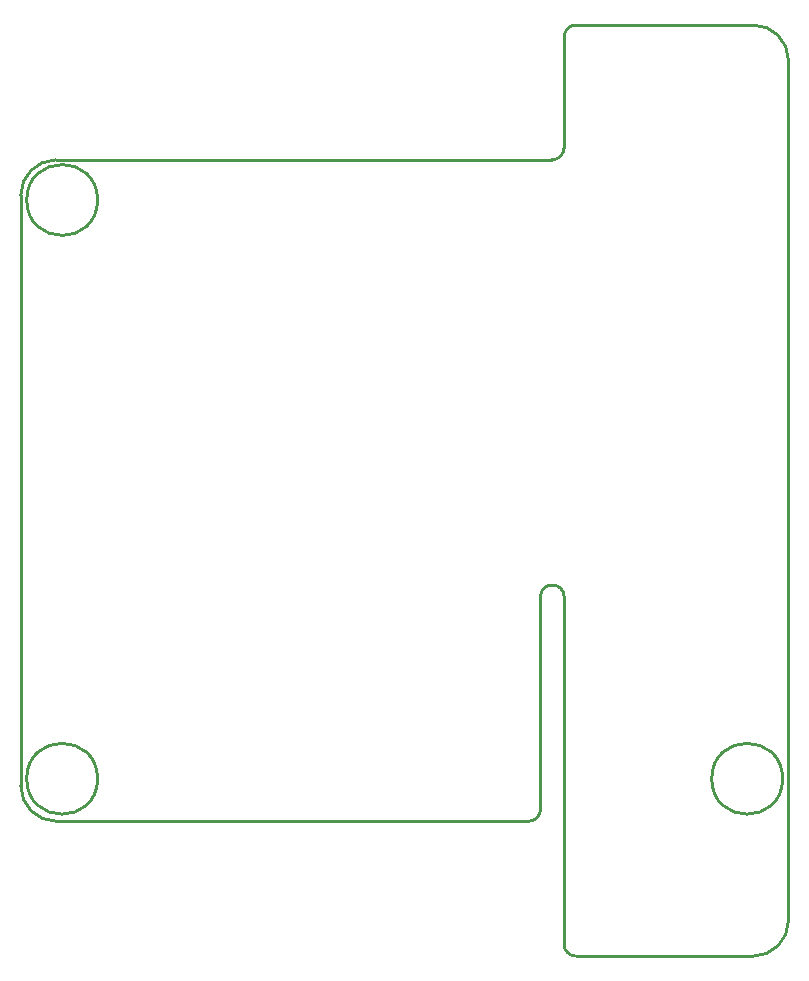
<source format=gko>
G04 Layer_Color=16711935*
%FSLAX25Y25*%
%MOIN*%
G70*
G01*
G75*
%ADD31C,0.01000*%
D31*
X185072Y265400D02*
G03*
X181135Y261463I0J-3937D01*
G01*
X177132Y220505D02*
G03*
X181069Y224442I0J3937D01*
G01*
X255911Y253622D02*
G03*
X244100Y265433I-11811J0D01*
G01*
X244094Y-44961D02*
G03*
X255906Y-33150I0J11811D01*
G01*
X181102Y-41024D02*
G03*
X185039Y-44961I3937J0D01*
G01*
X181102Y74803D02*
G03*
X173228Y74803I-3937J0D01*
G01*
X11811Y220472D02*
G03*
X0Y208661I0J-11811D01*
G01*
Y11811D02*
G03*
X11811Y0I11811J0D01*
G01*
X25591Y207087D02*
G03*
X25591Y207087I-11811J0D01*
G01*
X253944Y14173D02*
G03*
X253944Y14173I-11818J0D01*
G01*
X25597D02*
G03*
X25597Y14173I-11818J0D01*
G01*
X169291Y0D02*
G03*
X173228Y3937I0J3937D01*
G01*
X181102Y224442D02*
Y261463D01*
X185072Y265433D02*
X244100D01*
X185039Y-44961D02*
X244094D01*
X181102Y-41024D02*
Y74803D01*
X173228Y3937D02*
Y74803D01*
X11811Y0D02*
X169291D01*
X0Y11811D02*
Y147638D01*
Y208661D01*
X11811Y220472D02*
X177132D01*
X255906Y-33150D02*
Y253622D01*
M02*

</source>
